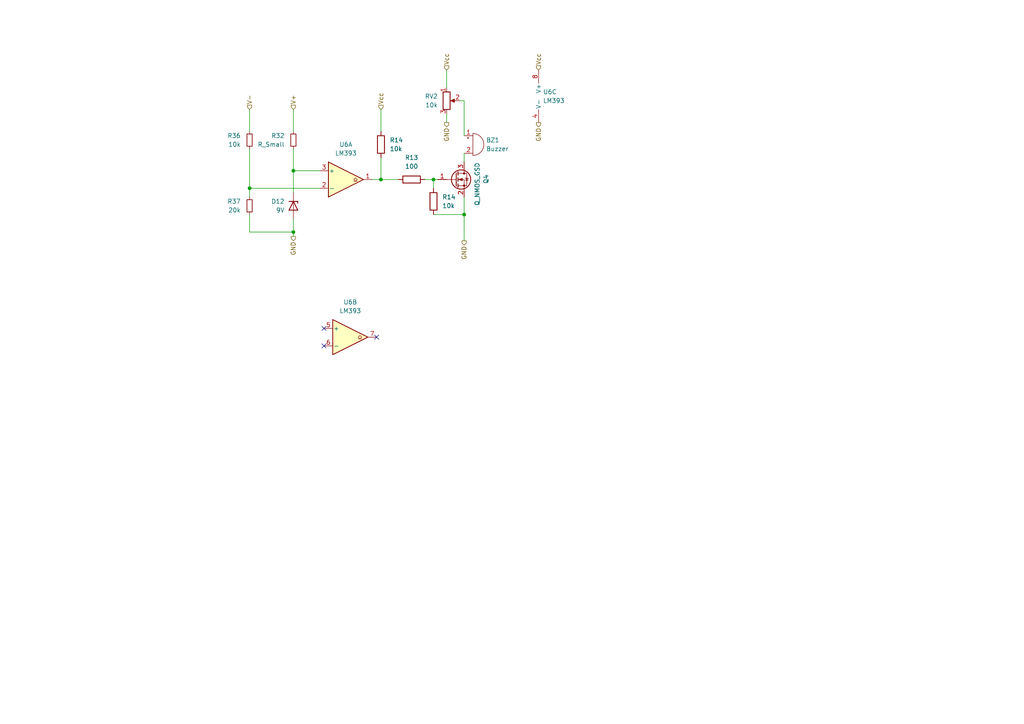
<source format=kicad_sch>
(kicad_sch (version 20230121) (generator eeschema)
  (paper "A4")
  (lib_symbols
    (symbol "Comparator:LM393" (pin_names (offset 0.127))
      (property "Reference" "U" (at 3.81 3.81 0))
      (property "Value" "LM393" (at 6.35 -3.81 0))
      (symbol "LM393_1_1"
        (polyline (pts (xy -5.08 5.08) (xy 5.08 0) (xy -5.08 -5.08) (xy -5.08 5.08)) (stroke (width 0.254)) (fill (type background)))
        (polyline (pts (xy 3.302 -0.508) (xy 2.794 -0.508) (xy 3.302 0) (xy 2.794 0.508) (xy 2.286 0) (xy 2.794 -0.508) (xy 2.286 -0.508)) (stroke (width 0.127)))
        (pin open_collector line (at 7.62 0 180) (length 2.54) (name "~") (number "1"))
        (pin input line (at -7.62 -2.54 0) (length 2.54) (name "-") (number "2"))
        (pin input line (at -7.62 2.54 0) (length 2.54) (name "+") (number "3"))
      )
      (symbol "LM393_2_1"
        (polyline (pts (xy -5.08 5.08) (xy 5.08 0) (xy -5.08 -5.08) (xy -5.08 5.08)) (stroke (width 0.254)) (fill (type background)))
        (polyline (pts (xy 3.302 -0.508) (xy 2.794 -0.508) (xy 3.302 0) (xy 2.794 0.508) (xy 2.286 0) (xy 2.794 -0.508) (xy 2.286 -0.508)) (stroke (width 0.127)))
        (pin input line (at -7.62 2.54 0) (length 2.54) (name "+") (number "5"))
        (pin input line (at -7.62 -2.54 0) (length 2.54) (name "-") (number "6"))
        (pin open_collector line (at 7.62 0 180) (length 2.54) (name "~") (number "7"))
      )
      (symbol "LM393_3_1"
        (pin power_in line (at -2.54 -7.62 90) (length 3.81) (name "V-") (number "4"))
        (pin power_in line (at -2.54 7.62 270) (length 3.81) (name "V+") (number "8"))
      )
    )
    (symbol "Device:Buzzer" (pin_names (offset 0.0254) hide)
      (property "Reference" "BZ" (at 3.81 1.27 0))
      (property "Value" "Buzzer" (at 3.81 -1.27 0))
      (symbol "Buzzer_0_1"
        (arc (start 0 -3.175) (mid 3.1612 0) (end 0 3.175))
        (polyline (pts (xy -1.651 1.905) (xy -1.143 1.905)))
        (polyline (pts (xy -1.397 2.159) (xy -1.397 1.651)))
        (polyline (pts (xy 0 3.175) (xy 0 -3.175)))
      )
      (symbol "Buzzer_1_1"
        (pin passive line (at -2.54 2.54 0) (length 2.54) (name "-") (number "1"))
        (pin passive line (at -2.54 -2.54 0) (length 2.54) (name "+") (number "2"))
      )
    )
    (symbol "Device:D_Zener" (pin_numbers hide) (pin_names (offset 1.016) hide)
      (property "Reference" "D" (at 0 2.54 0))
      (property "Value" "D_Zener" (at 0 -2.54 0))
      (symbol "D_Zener_0_1"
        (polyline (pts (xy 1.27 0) (xy -1.27 0)))
        (polyline (pts (xy -1.27 -1.27) (xy -1.27 1.27) (xy -0.762 1.27)) (stroke (width 0.254)))
        (polyline (pts (xy 1.27 -1.27) (xy 1.27 1.27) (xy -1.27 0) (xy 1.27 -1.27)) (stroke (width 0.254)))
      )
      (symbol "D_Zener_1_1"
        (pin passive line (at -3.81 0 0) (length 2.54) (name "K") (number "1"))
        (pin passive line (at 3.81 0 180) (length 2.54) (name "A") (number "2"))
      )
    )
    (symbol "Device:Q_NMOS_GSD" (pin_names (offset 0) hide)
      (property "Reference" "Q" (at 5.08 1.27 0))
      (property "Value" "Q_NMOS_GSD" (at 5.08 -1.27 0))
      (symbol "Q_NMOS_GSD_0_1"
        (polyline (pts (xy 0.254 0) (xy -2.54 0)))
        (polyline (pts (xy 0.254 1.905) (xy 0.254 -1.905)) (stroke (width 0.254)))
        (polyline (pts (xy 0.762 -1.27) (xy 0.762 -2.286)) (stroke (width 0.254)))
        (polyline (pts (xy 0.762 0.508) (xy 0.762 -0.508)) (stroke (width 0.254)))
        (polyline (pts (xy 0.762 2.286) (xy 0.762 1.27)) (stroke (width 0.254)))
        (polyline (pts (xy 2.54 2.54) (xy 2.54 1.778)))
        (polyline (pts (xy 2.54 -2.54) (xy 2.54 0) (xy 0.762 0)))
        (polyline (pts (xy 0.762 -1.778) (xy 3.302 -1.778) (xy 3.302 1.778) (xy 0.762 1.778)))
        (polyline (pts (xy 1.016 0) (xy 2.032 0.381) (xy 2.032 -0.381) (xy 1.016 0)) (fill (type outline)))
        (polyline (pts (xy 2.794 0.508) (xy 2.921 0.381) (xy 3.683 0.381) (xy 3.81 0.254)))
        (polyline (pts (xy 3.302 0.381) (xy 2.921 -0.254) (xy 3.683 -0.254) (xy 3.302 0.381)))
        (circle (center 1.651 0) (radius 2.794) (stroke (width 0.254)))
        (circle (center 2.54 -1.778) (radius 0.254) (fill (type outline)))
        (circle (center 2.54 1.778) (radius 0.254) (fill (type outline)))
      )
      (symbol "Q_NMOS_GSD_1_1"
        (pin input line (at -5.08 0 0) (length 2.54) (name "G") (number "1"))
        (pin passive line (at 2.54 -5.08 90) (length 2.54) (name "S") (number "2"))
        (pin passive line (at 2.54 5.08 270) (length 2.54) (name "D") (number "3"))
      )
    )
    (symbol "Device:R" (pin_numbers hide) (pin_names (offset 0))
      (property "Reference" "R" (at 2.032 0 90))
      (property "Value" "R" (at 0 0 90))
      (symbol "R_0_1"
        (rectangle (start -1.016 -2.54) (end 1.016 2.54) (stroke (width 0.254)))
      )
      (symbol "R_1_1"
        (pin passive line (at 0 3.81 270) (length 1.27) (name "~") (number "1"))
        (pin passive line (at 0 -3.81 90) (length 1.27) (name "~") (number "2"))
      )
    )
    (symbol "Device:R_Potentiometer" (pin_names (offset 1.016) hide)
      (property "Reference" "RV" (at -4.445 0 90))
      (property "Value" "R_Potentiometer" (at -2.54 0 90))
      (symbol "R_Potentiometer_0_1"
        (polyline (pts (xy 2.54 0) (xy 1.524 0)))
        (polyline (pts (xy 1.143 0) (xy 2.286 0.508) (xy 2.286 -0.508) (xy 1.143 0)) (fill (type outline)))
        (rectangle (start 1.016 2.54) (end -1.016 -2.54) (stroke (width 0.254)))
      )
      (symbol "R_Potentiometer_1_1"
        (pin passive line (at 0 3.81 270) (length 1.27) (name "1") (number "1"))
        (pin passive line (at 3.81 0 180) (length 1.27) (name "2") (number "2"))
        (pin passive line (at 0 -3.81 90) (length 1.27) (name "3") (number "3"))
      )
    )
    (symbol "Device:R_Small" (pin_numbers hide) (pin_names (offset 0.254) hide)
      (property "Reference" "R" (at 0.762 0.508 0))
      (property "Value" "R_Small" (at 0.762 -1.016 0))
      (symbol "R_Small_0_1"
        (rectangle (start -0.762 1.778) (end 0.762 -1.778) (stroke (width 0.2032)))
      )
      (symbol "R_Small_1_1"
        (pin passive line (at 0 2.54 270) (length 0.762) (name "~") (number "1"))
        (pin passive line (at 0 -2.54 90) (length 0.762) (name "~") (number "2"))
      )
    )
  )
  (junction (at 125.73 52.07))
  (junction (at 110.49 52.07))
  (junction (at 134.62 62.23))
  (junction (at 85.09 49.53))
  (junction (at 85.09 67.31))
  (junction (at 72.39 54.61))
  (no_connect (at 109.22 97.79))
  (no_connect (at 93.98 100.33))
  (no_connect (at 93.98 95.25))
  (wire (pts (xy 72.39 54.61) (xy 92.71 54.61)))
  (wire (pts (xy 133.35 29.21) (xy 134.62 29.21)))
  (wire (pts (xy 85.09 31.75) (xy 85.09 38.1)))
  (wire (pts (xy 134.62 62.23) (xy 125.73 62.23)))
  (wire (pts (xy 72.39 62.23) (xy 72.39 67.31)))
  (wire (pts (xy 72.39 31.75) (xy 72.39 38.1)))
  (wire (pts (xy 134.62 44.45) (xy 134.62 46.99)))
  (wire (pts (xy 72.39 54.61) (xy 72.39 57.15)))
  (wire (pts (xy 110.49 31.75) (xy 110.49 38.1)))
  (wire (pts (xy 125.73 52.07) (xy 127 52.07)))
  (wire (pts (xy 129.54 33.02) (xy 129.54 35.56)))
  (wire (pts (xy 110.49 45.72) (xy 110.49 52.07)))
  (wire (pts (xy 85.09 43.18) (xy 85.09 49.53)))
  (wire (pts (xy 125.73 52.07) (xy 125.73 54.61)))
  (wire (pts (xy 134.62 57.15) (xy 134.62 62.23)))
  (wire (pts (xy 129.54 20.32) (xy 129.54 25.4)))
  (wire (pts (xy 72.39 67.31) (xy 85.09 67.31)))
  (wire (pts (xy 107.95 52.07) (xy 110.49 52.07)))
  (wire (pts (xy 72.39 43.18) (xy 72.39 54.61)))
  (wire (pts (xy 85.09 49.53) (xy 85.09 55.88)))
  (wire (pts (xy 85.09 49.53) (xy 92.71 49.53)))
  (wire (pts (xy 110.49 52.07) (xy 115.57 52.07)))
  (wire (pts (xy 134.62 29.21) (xy 134.62 39.37)))
  (wire (pts (xy 85.09 67.31) (xy 85.09 68.58)))
  (wire (pts (xy 123.19 52.07) (xy 125.73 52.07)))
  (wire (pts (xy 85.09 63.5) (xy 85.09 67.31)))
  (wire (pts (xy 134.62 62.23) (xy 134.62 69.85)))
  (hierarchical_label "Vcc" (shape input) (at 156.21 20.32 90))
  (hierarchical_label "GND" (shape output) (at 85.09 68.58 270))
  (hierarchical_label "V-" (shape input) (at 72.39 31.75 90))
  (hierarchical_label "Vcc" (shape input) (at 110.49 31.75 90))
  (hierarchical_label "GND" (shape output) (at 134.62 69.85 270))
  (hierarchical_label "V+" (shape input) (at 85.09 31.75 90))
  (hierarchical_label "GND" (shape output) (at 156.21 35.56 270))
  (hierarchical_label "GND" (shape output) (at 129.54 35.56 270))
  (hierarchical_label "Vcc" (shape input) (at 129.54 20.32 90))
  (symbol (lib_id "Comparator:LM393") (at 100.33 52.07 0) (unit 1)
    (property "Reference" "U6" (at 100.33 41.91 0))
    (property "Value" "LM393" (at 100.33 44.45 0))
    (property "Footprint" "Package_SO:PowerIntegrations_SO-8" (effects hide))
    (property "Datasheet" "http://www.ti.com/lit/ds/symlink/lm393.pdf" (effects hide))
    (property "LCSC" "C7955" (effects hide))
  )
  (symbol (lib_id "Device:R_Small") (at 85.09 40.64 0) (unit 1)
    (property "Reference" "R32" (at 82.55 39.37 0) (effects (justify right)))
    (property "Value" "R_Small" (at 82.55 41.91 0) (effects (justify right)))
    (property "Footprint" "Resistor_SMD:R_0402_1005Metric" (effects hide))
  )
  (symbol (lib_id "Comparator:LM393") (at 101.6 97.79 0) (unit 2)
    (property "Reference" "U6" (at 101.6 87.63 0))
    (property "Value" "LM393" (at 101.6 90.17 0))
    (property "Footprint" "Package_SO:PowerIntegrations_SO-8" (effects hide))
    (property "Datasheet" "http://www.ti.com/lit/ds/symlink/lm393.pdf" (effects hide))
    (property "LCSC" "C7955" (effects hide))
  )
  (symbol (lib_id "Device:R") (at 119.38 52.07 270) (unit 1)
    (property "Reference" "R13" (at 119.38 45.72 90))
    (property "Value" "100" (at 119.38 48.26 90))
    (property "Footprint" "Resistor_SMD:R_0402_1005Metric" (effects hide))
    (instances (project "schematic_PWRcutoff" (path "" (reference "R13") (unit 1))) (project "schematic_PWR" (path "" (reference "R25") (unit 1)) (path "" (reference "R33") (unit 1))))
  )
  (symbol (lib_id "Device:Buzzer") (at 137.16 41.91 0) (unit 1)
    (property "Reference" "BZ1" (at 140.97 40.64 0) (effects (justify left)))
    (property "Value" "Buzzer" (at 140.97 43.18 0) (effects (justify left)))
    (property "Footprint" "Buzzer_Beeper:Buzzer_D14mm_H7mm_P10mm" (effects hide))
  )
  (symbol (lib_id "Device:R_Small") (at 72.39 59.69 0) (unit 1)
    (property "Reference" "R37" (at 69.85 58.42 0) (effects (justify right)))
    (property "Value" "20k" (at 69.85 60.96 0) (effects (justify right)))
    (property "Footprint" "Resistor_SMD:R_0402_1005Metric" (effects hide))
  )
  (symbol (lib_id "Device:R") (at 125.73 58.42 0) (mirror y) (unit 1)
    (property "Reference" "R14" (at 128.27 57.15 0) (effects (justify right)))
    (property "Value" "10k" (at 128.27 59.69 0) (effects (justify right)))
    (property "Footprint" "Resistor_SMD:R_0402_1005Metric" (effects hide))
    (instances (project "schematic_PWRcutoff" (path "" (reference "R14") (unit 1))) (project "schematic_PWR" (path "" (reference "R27") (unit 1)) (path "" (reference "R34") (unit 1))))
  )
  (symbol (lib_id "Comparator:LM393") (at 158.75 27.94 0) (unit 3)
    (property "Reference" "U6" (at 157.48 26.67 0) (effects (justify left)))
    (property "Value" "LM393" (at 157.48 29.21 0) (effects (justify left)))
    (property "Footprint" "Package_SO:PowerIntegrations_SO-8" (effects hide))
    (property "Datasheet" "http://www.ti.com/lit/ds/symlink/lm393.pdf" (effects hide))
    (property "LCSC" "C7955" (effects hide))
  )
  (symbol (lib_id "Device:R_Small") (at 72.39 40.64 0) (unit 1)
    (property "Reference" "R36" (at 69.85 39.37 0) (effects (justify right)))
    (property "Value" "10k" (at 69.85 41.91 0) (effects (justify right)))
    (property "Footprint" "Resistor_SMD:R_0402_1005Metric" (effects hide))
  )
  (symbol (lib_id "Device:R") (at 110.49 41.91 0) (mirror y) (unit 1)
    (property "Reference" "R14" (at 113.03 40.64 0) (effects (justify right)))
    (property "Value" "10k" (at 113.03 43.18 0) (effects (justify right)))
    (property "Footprint" "Resistor_SMD:R_0402_1005Metric" (effects hide))
    (instances (project "schematic_PWRcutoff" (path "" (reference "R14") (unit 1))) (project "schematic_PWR" (path "" (reference "R27") (unit 1)) (path "" (reference "R35") (unit 1))))
  )
  (symbol (lib_id "Device:D_Zener") (at 85.09 59.69 270) (unit 1)
    (property "Reference" "D12" (at 82.55 58.42 90) (effects (justify right)))
    (property "Value" "9V" (at 82.55 60.96 90) (effects (justify right)))
  )
  (symbol (lib_id "Device:R_Potentiometer") (at 129.54 29.21 0) (unit 1)
    (property "Reference" "RV2" (at 127 27.94 0) (effects (justify right)))
    (property "Value" "10k" (at 127 30.48 0) (effects (justify right)))
    (property "Footprint" "RDC_generic:GF063P" (effects hide))
  )
  (symbol (lib_id "Device:Q_NMOS_GSD") (at 132.08 52.07 0) (unit 1)
    (property "Reference" "Q4" (at 140.97 53.34 90) (effects (justify left)))
    (property "Value" "Q_NMOS_GSD" (at 138.43 59.69 90) (effects (justify left)))
    (property "Footprint" "Package_TO_SOT_SMD:SOT-23" (effects hide))
    (instances (project "schematic_PWRcutoff" (path "" (reference "Q4") (unit 1))) (project "schematic_PWR" (path "" (reference "Q6") (unit 1)) (path "" (reference "Q9") (unit 1))))
  )
)
</source>
